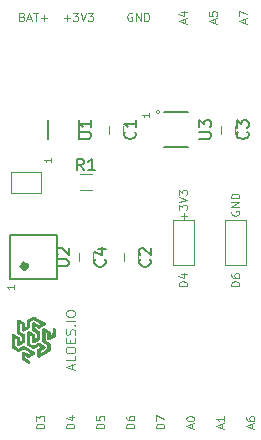
<source format=gto>
G04 #@! TF.FileFunction,Legend,Top*
%FSLAX46Y46*%
G04 Gerber Fmt 4.6, Leading zero omitted, Abs format (unit mm)*
G04 Created by KiCad (PCBNEW 4.0.7-e2-6376~58~ubuntu17.04.1) date Thu Oct  5 13:20:25 2017*
%MOMM*%
%LPD*%
G01*
G04 APERTURE LIST*
%ADD10C,0.100000*%
%ADD11C,0.120000*%
%ADD12C,0.010000*%
%ADD13C,0.127000*%
%ADD14C,0.609600*%
%ADD15C,0.150000*%
G04 APERTURE END LIST*
D10*
X170948333Y-133286190D02*
X170948333Y-132905238D01*
X171176905Y-133362381D02*
X170376905Y-133095714D01*
X171176905Y-132829047D01*
X171176905Y-132181428D02*
X171176905Y-132562381D01*
X170376905Y-132562381D01*
X170376905Y-131762381D02*
X170376905Y-131610000D01*
X170415000Y-131533809D01*
X170491190Y-131457619D01*
X170643571Y-131419524D01*
X170910238Y-131419524D01*
X171062619Y-131457619D01*
X171138810Y-131533809D01*
X171176905Y-131610000D01*
X171176905Y-131762381D01*
X171138810Y-131838571D01*
X171062619Y-131914762D01*
X170910238Y-131952857D01*
X170643571Y-131952857D01*
X170491190Y-131914762D01*
X170415000Y-131838571D01*
X170376905Y-131762381D01*
X170757857Y-131076667D02*
X170757857Y-130810000D01*
X171176905Y-130695714D02*
X171176905Y-131076667D01*
X170376905Y-131076667D01*
X170376905Y-130695714D01*
X171138810Y-130390952D02*
X171176905Y-130276666D01*
X171176905Y-130086190D01*
X171138810Y-130010000D01*
X171100714Y-129971904D01*
X171024524Y-129933809D01*
X170948333Y-129933809D01*
X170872143Y-129971904D01*
X170834048Y-130010000D01*
X170795952Y-130086190D01*
X170757857Y-130238571D01*
X170719762Y-130314762D01*
X170681667Y-130352857D01*
X170605476Y-130390952D01*
X170529286Y-130390952D01*
X170453095Y-130352857D01*
X170415000Y-130314762D01*
X170376905Y-130238571D01*
X170376905Y-130048095D01*
X170415000Y-129933809D01*
X171100714Y-129590952D02*
X171138810Y-129552857D01*
X171176905Y-129590952D01*
X171138810Y-129629047D01*
X171100714Y-129590952D01*
X171176905Y-129590952D01*
X171176905Y-129210000D02*
X170376905Y-129210000D01*
X170376905Y-128676667D02*
X170376905Y-128524286D01*
X170415000Y-128448095D01*
X170491190Y-128371905D01*
X170643571Y-128333810D01*
X170910238Y-128333810D01*
X171062619Y-128371905D01*
X171138810Y-128448095D01*
X171176905Y-128524286D01*
X171176905Y-128676667D01*
X171138810Y-128752857D01*
X171062619Y-128829048D01*
X170910238Y-128867143D01*
X170643571Y-128867143D01*
X170491190Y-128829048D01*
X170415000Y-128752857D01*
X170376905Y-128676667D01*
X180390000Y-120613333D02*
X180390000Y-120080000D01*
X180656667Y-120346667D02*
X180123333Y-120346667D01*
X179956667Y-119813333D02*
X179956667Y-119380000D01*
X180223333Y-119613333D01*
X180223333Y-119513333D01*
X180256667Y-119446666D01*
X180290000Y-119413333D01*
X180356667Y-119380000D01*
X180523333Y-119380000D01*
X180590000Y-119413333D01*
X180623333Y-119446666D01*
X180656667Y-119513333D01*
X180656667Y-119713333D01*
X180623333Y-119780000D01*
X180590000Y-119813333D01*
X179956667Y-119179999D02*
X180656667Y-118946666D01*
X179956667Y-118713333D01*
X179956667Y-118546666D02*
X179956667Y-118113333D01*
X180223333Y-118346666D01*
X180223333Y-118246666D01*
X180256667Y-118179999D01*
X180290000Y-118146666D01*
X180356667Y-118113333D01*
X180523333Y-118113333D01*
X180590000Y-118146666D01*
X180623333Y-118179999D01*
X180656667Y-118246666D01*
X180656667Y-118446666D01*
X180623333Y-118513333D01*
X180590000Y-118546666D01*
X184435000Y-119913333D02*
X184401667Y-119979999D01*
X184401667Y-120079999D01*
X184435000Y-120179999D01*
X184501667Y-120246666D01*
X184568333Y-120279999D01*
X184701667Y-120313333D01*
X184801667Y-120313333D01*
X184935000Y-120279999D01*
X185001667Y-120246666D01*
X185068333Y-120179999D01*
X185101667Y-120079999D01*
X185101667Y-120013333D01*
X185068333Y-119913333D01*
X185035000Y-119879999D01*
X184801667Y-119879999D01*
X184801667Y-120013333D01*
X185101667Y-119579999D02*
X184401667Y-119579999D01*
X185101667Y-119179999D01*
X184401667Y-119179999D01*
X185101667Y-118846666D02*
X184401667Y-118846666D01*
X184401667Y-118680000D01*
X184435000Y-118580000D01*
X184501667Y-118513333D01*
X184568333Y-118480000D01*
X184701667Y-118446666D01*
X184801667Y-118446666D01*
X184935000Y-118480000D01*
X185001667Y-118513333D01*
X185068333Y-118580000D01*
X185101667Y-118680000D01*
X185101667Y-118846666D01*
X185101667Y-126246666D02*
X184401667Y-126246666D01*
X184401667Y-126080000D01*
X184435000Y-125980000D01*
X184501667Y-125913333D01*
X184568333Y-125880000D01*
X184701667Y-125846666D01*
X184801667Y-125846666D01*
X184935000Y-125880000D01*
X185001667Y-125913333D01*
X185068333Y-125980000D01*
X185101667Y-126080000D01*
X185101667Y-126246666D01*
X184401667Y-125246666D02*
X184401667Y-125380000D01*
X184435000Y-125446666D01*
X184468333Y-125480000D01*
X184568333Y-125546666D01*
X184701667Y-125580000D01*
X184968333Y-125580000D01*
X185035000Y-125546666D01*
X185068333Y-125513333D01*
X185101667Y-125446666D01*
X185101667Y-125313333D01*
X185068333Y-125246666D01*
X185035000Y-125213333D01*
X184968333Y-125180000D01*
X184801667Y-125180000D01*
X184735000Y-125213333D01*
X184701667Y-125246666D01*
X184668333Y-125313333D01*
X184668333Y-125446666D01*
X184701667Y-125513333D01*
X184735000Y-125546666D01*
X184801667Y-125580000D01*
X180656667Y-126246666D02*
X179956667Y-126246666D01*
X179956667Y-126080000D01*
X179990000Y-125980000D01*
X180056667Y-125913333D01*
X180123333Y-125880000D01*
X180256667Y-125846666D01*
X180356667Y-125846666D01*
X180490000Y-125880000D01*
X180556667Y-125913333D01*
X180623333Y-125980000D01*
X180656667Y-126080000D01*
X180656667Y-126246666D01*
X180190000Y-125246666D02*
X180656667Y-125246666D01*
X179923333Y-125413333D02*
X180423333Y-125580000D01*
X180423333Y-125146666D01*
X166006429Y-126193571D02*
X166006429Y-126536428D01*
X166006429Y-126365000D02*
X165406429Y-126365000D01*
X165492143Y-126422143D01*
X165549286Y-126479285D01*
X165577857Y-126536428D01*
X177436429Y-111588571D02*
X177436429Y-111931428D01*
X177436429Y-111760000D02*
X176836429Y-111760000D01*
X176922143Y-111817143D01*
X176979286Y-111874285D01*
X177007857Y-111931428D01*
X169181429Y-115398571D02*
X169181429Y-115741428D01*
X169181429Y-115570000D02*
X168581429Y-115570000D01*
X168667143Y-115627143D01*
X168724286Y-115684285D01*
X168752857Y-115741428D01*
X186171667Y-138295000D02*
X186171667Y-137961666D01*
X186371667Y-138361666D02*
X185671667Y-138128333D01*
X186371667Y-137895000D01*
X185671667Y-137361666D02*
X185671667Y-137495000D01*
X185705000Y-137561666D01*
X185738333Y-137595000D01*
X185838333Y-137661666D01*
X185971667Y-137695000D01*
X186238333Y-137695000D01*
X186305000Y-137661666D01*
X186338333Y-137628333D01*
X186371667Y-137561666D01*
X186371667Y-137428333D01*
X186338333Y-137361666D01*
X186305000Y-137328333D01*
X186238333Y-137295000D01*
X186071667Y-137295000D01*
X186005000Y-137328333D01*
X185971667Y-137361666D01*
X185938333Y-137428333D01*
X185938333Y-137561666D01*
X185971667Y-137628333D01*
X186005000Y-137661666D01*
X186071667Y-137695000D01*
X185536667Y-104005000D02*
X185536667Y-103671666D01*
X185736667Y-104071666D02*
X185036667Y-103838333D01*
X185736667Y-103605000D01*
X185036667Y-103438333D02*
X185036667Y-102971666D01*
X185736667Y-103271666D01*
X166690000Y-103455000D02*
X166790000Y-103488333D01*
X166823333Y-103521667D01*
X166856667Y-103588333D01*
X166856667Y-103688333D01*
X166823333Y-103755000D01*
X166790000Y-103788333D01*
X166723333Y-103821667D01*
X166456667Y-103821667D01*
X166456667Y-103121667D01*
X166690000Y-103121667D01*
X166756667Y-103155000D01*
X166790000Y-103188333D01*
X166823333Y-103255000D01*
X166823333Y-103321667D01*
X166790000Y-103388333D01*
X166756667Y-103421667D01*
X166690000Y-103455000D01*
X166456667Y-103455000D01*
X167123333Y-103621667D02*
X167456667Y-103621667D01*
X167056667Y-103821667D02*
X167290000Y-103121667D01*
X167523333Y-103821667D01*
X167656667Y-103121667D02*
X168056667Y-103121667D01*
X167856667Y-103821667D02*
X167856667Y-103121667D01*
X168290000Y-103555000D02*
X168823333Y-103555000D01*
X168556666Y-103821667D02*
X168556666Y-103288333D01*
X170216667Y-103555000D02*
X170750000Y-103555000D01*
X170483333Y-103821667D02*
X170483333Y-103288333D01*
X171016667Y-103121667D02*
X171450000Y-103121667D01*
X171216667Y-103388333D01*
X171316667Y-103388333D01*
X171383334Y-103421667D01*
X171416667Y-103455000D01*
X171450000Y-103521667D01*
X171450000Y-103688333D01*
X171416667Y-103755000D01*
X171383334Y-103788333D01*
X171316667Y-103821667D01*
X171116667Y-103821667D01*
X171050000Y-103788333D01*
X171016667Y-103755000D01*
X171650001Y-103121667D02*
X171883334Y-103821667D01*
X172116667Y-103121667D01*
X172283334Y-103121667D02*
X172716667Y-103121667D01*
X172483334Y-103388333D01*
X172583334Y-103388333D01*
X172650001Y-103421667D01*
X172683334Y-103455000D01*
X172716667Y-103521667D01*
X172716667Y-103688333D01*
X172683334Y-103755000D01*
X172650001Y-103788333D01*
X172583334Y-103821667D01*
X172383334Y-103821667D01*
X172316667Y-103788333D01*
X172283334Y-103755000D01*
X175996667Y-103155000D02*
X175930001Y-103121667D01*
X175830001Y-103121667D01*
X175730001Y-103155000D01*
X175663334Y-103221667D01*
X175630001Y-103288333D01*
X175596667Y-103421667D01*
X175596667Y-103521667D01*
X175630001Y-103655000D01*
X175663334Y-103721667D01*
X175730001Y-103788333D01*
X175830001Y-103821667D01*
X175896667Y-103821667D01*
X175996667Y-103788333D01*
X176030001Y-103755000D01*
X176030001Y-103521667D01*
X175896667Y-103521667D01*
X176330001Y-103821667D02*
X176330001Y-103121667D01*
X176730001Y-103821667D01*
X176730001Y-103121667D01*
X177063334Y-103821667D02*
X177063334Y-103121667D01*
X177230000Y-103121667D01*
X177330000Y-103155000D01*
X177396667Y-103221667D01*
X177430000Y-103288333D01*
X177463334Y-103421667D01*
X177463334Y-103521667D01*
X177430000Y-103655000D01*
X177396667Y-103721667D01*
X177330000Y-103788333D01*
X177230000Y-103821667D01*
X177063334Y-103821667D01*
X180456667Y-104005000D02*
X180456667Y-103671666D01*
X180656667Y-104071666D02*
X179956667Y-103838333D01*
X180656667Y-103605000D01*
X180190000Y-103071666D02*
X180656667Y-103071666D01*
X179923333Y-103238333D02*
X180423333Y-103405000D01*
X180423333Y-102971666D01*
X182996667Y-104005000D02*
X182996667Y-103671666D01*
X183196667Y-104071666D02*
X182496667Y-103838333D01*
X183196667Y-103605000D01*
X182496667Y-103038333D02*
X182496667Y-103371666D01*
X182830000Y-103405000D01*
X182796667Y-103371666D01*
X182763333Y-103305000D01*
X182763333Y-103138333D01*
X182796667Y-103071666D01*
X182830000Y-103038333D01*
X182896667Y-103005000D01*
X183063333Y-103005000D01*
X183130000Y-103038333D01*
X183163333Y-103071666D01*
X183196667Y-103138333D01*
X183196667Y-103305000D01*
X183163333Y-103371666D01*
X183130000Y-103405000D01*
X168591667Y-138311666D02*
X167891667Y-138311666D01*
X167891667Y-138145000D01*
X167925000Y-138045000D01*
X167991667Y-137978333D01*
X168058333Y-137945000D01*
X168191667Y-137911666D01*
X168291667Y-137911666D01*
X168425000Y-137945000D01*
X168491667Y-137978333D01*
X168558333Y-138045000D01*
X168591667Y-138145000D01*
X168591667Y-138311666D01*
X167891667Y-137678333D02*
X167891667Y-137245000D01*
X168158333Y-137478333D01*
X168158333Y-137378333D01*
X168191667Y-137311666D01*
X168225000Y-137278333D01*
X168291667Y-137245000D01*
X168458333Y-137245000D01*
X168525000Y-137278333D01*
X168558333Y-137311666D01*
X168591667Y-137378333D01*
X168591667Y-137578333D01*
X168558333Y-137645000D01*
X168525000Y-137678333D01*
X171131667Y-138311666D02*
X170431667Y-138311666D01*
X170431667Y-138145000D01*
X170465000Y-138045000D01*
X170531667Y-137978333D01*
X170598333Y-137945000D01*
X170731667Y-137911666D01*
X170831667Y-137911666D01*
X170965000Y-137945000D01*
X171031667Y-137978333D01*
X171098333Y-138045000D01*
X171131667Y-138145000D01*
X171131667Y-138311666D01*
X170665000Y-137311666D02*
X171131667Y-137311666D01*
X170398333Y-137478333D02*
X170898333Y-137645000D01*
X170898333Y-137211666D01*
X173671667Y-138311666D02*
X172971667Y-138311666D01*
X172971667Y-138145000D01*
X173005000Y-138045000D01*
X173071667Y-137978333D01*
X173138333Y-137945000D01*
X173271667Y-137911666D01*
X173371667Y-137911666D01*
X173505000Y-137945000D01*
X173571667Y-137978333D01*
X173638333Y-138045000D01*
X173671667Y-138145000D01*
X173671667Y-138311666D01*
X172971667Y-137278333D02*
X172971667Y-137611666D01*
X173305000Y-137645000D01*
X173271667Y-137611666D01*
X173238333Y-137545000D01*
X173238333Y-137378333D01*
X173271667Y-137311666D01*
X173305000Y-137278333D01*
X173371667Y-137245000D01*
X173538333Y-137245000D01*
X173605000Y-137278333D01*
X173638333Y-137311666D01*
X173671667Y-137378333D01*
X173671667Y-137545000D01*
X173638333Y-137611666D01*
X173605000Y-137645000D01*
X183631667Y-138295000D02*
X183631667Y-137961666D01*
X183831667Y-138361666D02*
X183131667Y-138128333D01*
X183831667Y-137895000D01*
X183831667Y-137295000D02*
X183831667Y-137695000D01*
X183831667Y-137495000D02*
X183131667Y-137495000D01*
X183231667Y-137561666D01*
X183298333Y-137628333D01*
X183331667Y-137695000D01*
X181091667Y-138295000D02*
X181091667Y-137961666D01*
X181291667Y-138361666D02*
X180591667Y-138128333D01*
X181291667Y-137895000D01*
X180591667Y-137528333D02*
X180591667Y-137461666D01*
X180625000Y-137395000D01*
X180658333Y-137361666D01*
X180725000Y-137328333D01*
X180858333Y-137295000D01*
X181025000Y-137295000D01*
X181158333Y-137328333D01*
X181225000Y-137361666D01*
X181258333Y-137395000D01*
X181291667Y-137461666D01*
X181291667Y-137528333D01*
X181258333Y-137595000D01*
X181225000Y-137628333D01*
X181158333Y-137661666D01*
X181025000Y-137695000D01*
X180858333Y-137695000D01*
X180725000Y-137661666D01*
X180658333Y-137628333D01*
X180625000Y-137595000D01*
X180591667Y-137528333D01*
X178751667Y-138311666D02*
X178051667Y-138311666D01*
X178051667Y-138145000D01*
X178085000Y-138045000D01*
X178151667Y-137978333D01*
X178218333Y-137945000D01*
X178351667Y-137911666D01*
X178451667Y-137911666D01*
X178585000Y-137945000D01*
X178651667Y-137978333D01*
X178718333Y-138045000D01*
X178751667Y-138145000D01*
X178751667Y-138311666D01*
X178051667Y-137678333D02*
X178051667Y-137211666D01*
X178751667Y-137511666D01*
X176211667Y-138311666D02*
X175511667Y-138311666D01*
X175511667Y-138145000D01*
X175545000Y-138045000D01*
X175611667Y-137978333D01*
X175678333Y-137945000D01*
X175811667Y-137911666D01*
X175911667Y-137911666D01*
X176045000Y-137945000D01*
X176111667Y-137978333D01*
X176178333Y-138045000D01*
X176211667Y-138145000D01*
X176211667Y-138311666D01*
X175511667Y-137311666D02*
X175511667Y-137445000D01*
X175545000Y-137511666D01*
X175578333Y-137545000D01*
X175678333Y-137611666D01*
X175811667Y-137645000D01*
X176078333Y-137645000D01*
X176145000Y-137611666D01*
X176178333Y-137578333D01*
X176211667Y-137511666D01*
X176211667Y-137378333D01*
X176178333Y-137311666D01*
X176145000Y-137278333D01*
X176078333Y-137245000D01*
X175911667Y-137245000D01*
X175845000Y-137278333D01*
X175811667Y-137311666D01*
X175778333Y-137378333D01*
X175778333Y-137511666D01*
X175811667Y-137578333D01*
X175845000Y-137611666D01*
X175911667Y-137645000D01*
D11*
X174025000Y-113380000D02*
X174025000Y-112680000D01*
X175225000Y-112680000D02*
X175225000Y-113380000D01*
X175295000Y-124175000D02*
X175295000Y-123475000D01*
X176495000Y-123475000D02*
X176495000Y-124175000D01*
X183550000Y-113380000D02*
X183550000Y-112680000D01*
X184750000Y-112680000D02*
X184750000Y-113380000D01*
X171485000Y-124175000D02*
X171485000Y-123475000D01*
X172685000Y-123475000D02*
X172685000Y-124175000D01*
X165735000Y-118365000D02*
X168275000Y-118365000D01*
X168275000Y-116585000D02*
X165735000Y-116585000D01*
X168275000Y-116585000D02*
X168275000Y-118365000D01*
X165735000Y-118365000D02*
X165735000Y-116585000D01*
D12*
G36*
X165845126Y-130819945D02*
X165845220Y-130728675D01*
X165845419Y-130651716D01*
X165845760Y-130587758D01*
X165846284Y-130535489D01*
X165847027Y-130493599D01*
X165848028Y-130460776D01*
X165849325Y-130435709D01*
X165850957Y-130417088D01*
X165852962Y-130403601D01*
X165855379Y-130393938D01*
X165858245Y-130386787D01*
X165861030Y-130381758D01*
X165886640Y-130354028D01*
X165919393Y-130339938D01*
X165955443Y-130341031D01*
X165959662Y-130342211D01*
X165975949Y-130349233D01*
X166004091Y-130363526D01*
X166041785Y-130383756D01*
X166086725Y-130408590D01*
X166136606Y-130436695D01*
X166189124Y-130466739D01*
X166241973Y-130497388D01*
X166292848Y-130527309D01*
X166339445Y-130555170D01*
X166379458Y-130579638D01*
X166410583Y-130599379D01*
X166430515Y-130613061D01*
X166436037Y-130617694D01*
X166442113Y-130625064D01*
X166446798Y-130634116D01*
X166450367Y-130647179D01*
X166453096Y-130666585D01*
X166455261Y-130694664D01*
X166457138Y-130733746D01*
X166459004Y-130786163D01*
X166460108Y-130820985D01*
X166461922Y-130874701D01*
X166463804Y-130922224D01*
X166465635Y-130961121D01*
X166467296Y-130988962D01*
X166468666Y-131003313D01*
X166469121Y-131004733D01*
X166477205Y-131000723D01*
X166497349Y-130989658D01*
X166526968Y-130972988D01*
X166563477Y-130952162D01*
X166586154Y-130939117D01*
X166699884Y-130873500D01*
X166700200Y-130483186D01*
X166508386Y-130373873D01*
X166455549Y-130343381D01*
X166406730Y-130314488D01*
X166364149Y-130288565D01*
X166330027Y-130266984D01*
X166306586Y-130251117D01*
X166296719Y-130243150D01*
X166276867Y-130221740D01*
X166276867Y-129153855D01*
X166304787Y-129126794D01*
X166318613Y-129114194D01*
X166331887Y-129105167D01*
X166346269Y-129100259D01*
X166363417Y-129100016D01*
X166384992Y-129104985D01*
X166412654Y-129115711D01*
X166448061Y-129132741D01*
X166492872Y-129156622D01*
X166548749Y-129187898D01*
X166617349Y-129227117D01*
X166627734Y-129233083D01*
X166699273Y-129274520D01*
X166756979Y-129308706D01*
X166801966Y-129336354D01*
X166835343Y-129358176D01*
X166858222Y-129374885D01*
X166871716Y-129387195D01*
X166875235Y-129391833D01*
X166880610Y-129402704D01*
X166884771Y-129417023D01*
X166887955Y-129437221D01*
X166890401Y-129465729D01*
X166892348Y-129504977D01*
X166894035Y-129557397D01*
X166894934Y-129592550D01*
X166899167Y-129767868D01*
X167015583Y-129699682D01*
X167132000Y-129631496D01*
X167133077Y-129477798D01*
X167133761Y-129419858D01*
X167134949Y-129359717D01*
X167136504Y-129302683D01*
X167138291Y-129254062D01*
X167139427Y-129230967D01*
X167144700Y-129137833D01*
X167191267Y-129107081D01*
X167211506Y-129094277D01*
X167243787Y-129074539D01*
X167285503Y-129049429D01*
X167334048Y-129020511D01*
X167386814Y-128989345D01*
X167427884Y-128965264D01*
X167487415Y-128930673D01*
X167534416Y-128903920D01*
X167570831Y-128884050D01*
X167598601Y-128870109D01*
X167619668Y-128861142D01*
X167635974Y-128856195D01*
X167649461Y-128854312D01*
X167653800Y-128854200D01*
X167662672Y-128854965D01*
X167673782Y-128857677D01*
X167688291Y-128862954D01*
X167707360Y-128871419D01*
X167732149Y-128883693D01*
X167763819Y-128900398D01*
X167803530Y-128922153D01*
X167852442Y-128949580D01*
X167911717Y-128983301D01*
X167982514Y-129023936D01*
X168065995Y-129072107D01*
X168128383Y-129108201D01*
X168210677Y-129156049D01*
X168288059Y-129201436D01*
X168359271Y-129243601D01*
X168423055Y-129281780D01*
X168478155Y-129315213D01*
X168523312Y-129343138D01*
X168557268Y-129364793D01*
X168578767Y-129379415D01*
X168586108Y-129385485D01*
X168601908Y-129417355D01*
X168603691Y-129453711D01*
X168591342Y-129488880D01*
X168580929Y-129499827D01*
X168559023Y-129516368D01*
X168524911Y-129538958D01*
X168477882Y-129568051D01*
X168417224Y-129604100D01*
X168347200Y-129644703D01*
X168280759Y-129682722D01*
X168227183Y-129712923D01*
X168184790Y-129736145D01*
X168151895Y-129753232D01*
X168126813Y-129765026D01*
X168107860Y-129772367D01*
X168093352Y-129776098D01*
X168082392Y-129777066D01*
X168066334Y-129775485D01*
X168047281Y-129769971D01*
X168022690Y-129759369D01*
X167990017Y-129742523D01*
X167946722Y-129718277D01*
X167923325Y-129704779D01*
X167880213Y-129679844D01*
X167840541Y-129657065D01*
X167807340Y-129638168D01*
X167783644Y-129624883D01*
X167774425Y-129619895D01*
X167750067Y-129607298D01*
X167750329Y-129882900D01*
X167942815Y-129992966D01*
X167995657Y-130023535D01*
X168044438Y-130052420D01*
X168086956Y-130078266D01*
X168121012Y-130099717D01*
X168144405Y-130115416D01*
X168154350Y-130123319D01*
X168159494Y-130129106D01*
X168163615Y-130135545D01*
X168166824Y-130144445D01*
X168169231Y-130157612D01*
X168170948Y-130176855D01*
X168172085Y-130203980D01*
X168172753Y-130240795D01*
X168173064Y-130289108D01*
X168173129Y-130350724D01*
X168173057Y-130427453D01*
X168173056Y-130428119D01*
X168172712Y-130712633D01*
X168149773Y-130738638D01*
X168135421Y-130750714D01*
X168108880Y-130769062D01*
X168072384Y-130792412D01*
X168028167Y-130819495D01*
X167978462Y-130849040D01*
X167925504Y-130879777D01*
X167871527Y-130910436D01*
X167818764Y-130939747D01*
X167769450Y-130966440D01*
X167725818Y-130989246D01*
X167690101Y-131006893D01*
X167664536Y-131018113D01*
X167651931Y-131021667D01*
X167625766Y-131014951D01*
X167596566Y-130996632D01*
X167595363Y-130995650D01*
X167563800Y-130969634D01*
X167562881Y-130773400D01*
X167562378Y-130714153D01*
X167561479Y-130657643D01*
X167560270Y-130607069D01*
X167558832Y-130565631D01*
X167557248Y-130536527D01*
X167556531Y-130528492D01*
X167551100Y-130479818D01*
X167434683Y-130412921D01*
X167318267Y-130346025D01*
X167318267Y-131120047D01*
X167484793Y-131215499D01*
X167539379Y-131246602D01*
X167581351Y-131269964D01*
X167612658Y-131286491D01*
X167635246Y-131297088D01*
X167651063Y-131302660D01*
X167662055Y-131304112D01*
X167670170Y-131302349D01*
X167670912Y-131302025D01*
X167683483Y-131295389D01*
X167708416Y-131281478D01*
X167743459Y-131261575D01*
X167786362Y-131236964D01*
X167834876Y-131208927D01*
X167872573Y-131187016D01*
X167937296Y-131149775D01*
X167988909Y-131121170D01*
X168028520Y-131100639D01*
X168057238Y-131087618D01*
X168076169Y-131081548D01*
X168081732Y-131080933D01*
X168092795Y-131082258D01*
X168107579Y-131086706D01*
X168127408Y-131094984D01*
X168153611Y-131107802D01*
X168187512Y-131125869D01*
X168230439Y-131149892D01*
X168283718Y-131180581D01*
X168348675Y-131218644D01*
X168426637Y-131264790D01*
X168433504Y-131268870D01*
X168479948Y-131296972D01*
X168521628Y-131323155D01*
X168556240Y-131345894D01*
X168581481Y-131363663D01*
X168595047Y-131374936D01*
X168596488Y-131376807D01*
X168603936Y-131404482D01*
X168603082Y-131437792D01*
X168594254Y-131467805D01*
X168593048Y-131470097D01*
X168581287Y-131481679D01*
X168554991Y-131500619D01*
X168514700Y-131526570D01*
X168460960Y-131559185D01*
X168394311Y-131598118D01*
X168379565Y-131606583D01*
X168177634Y-131722205D01*
X168175310Y-131863480D01*
X168172986Y-132004756D01*
X168209177Y-131983565D01*
X168224349Y-131974740D01*
X168252397Y-131958487D01*
X168291533Y-131935838D01*
X168339967Y-131907830D01*
X168395909Y-131875496D01*
X168457570Y-131839872D01*
X168523160Y-131801991D01*
X168545934Y-131788842D01*
X168846500Y-131615311D01*
X168848619Y-131422205D01*
X168850738Y-131229100D01*
X168651082Y-131115142D01*
X168590296Y-131079937D01*
X168537294Y-131048219D01*
X168493637Y-131020977D01*
X168460884Y-130999199D01*
X168440594Y-130983873D01*
X168435180Y-130978369D01*
X168431849Y-130973114D01*
X168429007Y-130966562D01*
X168426615Y-130957415D01*
X168424634Y-130944374D01*
X168423026Y-130926139D01*
X168421751Y-130901412D01*
X168420773Y-130868894D01*
X168420050Y-130827286D01*
X168419546Y-130775291D01*
X168419221Y-130711608D01*
X168419036Y-130634939D01*
X168418953Y-130543985D01*
X168418934Y-130437448D01*
X168418934Y-130432926D01*
X168418950Y-130325786D01*
X168419025Y-130234270D01*
X168419199Y-130157068D01*
X168419511Y-130092869D01*
X168420001Y-130040364D01*
X168420710Y-129998243D01*
X168421677Y-129965196D01*
X168422941Y-129939913D01*
X168424543Y-129921084D01*
X168426522Y-129907400D01*
X168428918Y-129897550D01*
X168431771Y-129890224D01*
X168435121Y-129884113D01*
X168435636Y-129883274D01*
X168459053Y-129858975D01*
X168490065Y-129844582D01*
X168522647Y-129842362D01*
X168535547Y-129845679D01*
X168550696Y-129852882D01*
X168577792Y-129867214D01*
X168614548Y-129887361D01*
X168658678Y-129912008D01*
X168707893Y-129939838D01*
X168759908Y-129969537D01*
X168812435Y-129999789D01*
X168863187Y-130029278D01*
X168909877Y-130056690D01*
X168950218Y-130080709D01*
X168981923Y-130100019D01*
X169002706Y-130113305D01*
X169009483Y-130118274D01*
X169015655Y-130124415D01*
X169020325Y-130131617D01*
X169023704Y-130142144D01*
X169025999Y-130158260D01*
X169027421Y-130182228D01*
X169028178Y-130216314D01*
X169028479Y-130262780D01*
X169028533Y-130323891D01*
X169028533Y-130324642D01*
X169028804Y-130379140D01*
X169029563Y-130427447D01*
X169030730Y-130467172D01*
X169032223Y-130495922D01*
X169033963Y-130511307D01*
X169034883Y-130513241D01*
X169044038Y-130509049D01*
X169065141Y-130497762D01*
X169095535Y-130480848D01*
X169132562Y-130459779D01*
X169155533Y-130446521D01*
X169269833Y-130380226D01*
X169275054Y-130182363D01*
X169276613Y-130123172D01*
X169278087Y-130066977D01*
X169279397Y-130016892D01*
X169280459Y-129976033D01*
X169281194Y-129947512D01*
X169281404Y-129939213D01*
X169283597Y-129910208D01*
X169290268Y-129890799D01*
X169304268Y-129873727D01*
X169308829Y-129869363D01*
X169341049Y-129849402D01*
X169375950Y-129844353D01*
X169409730Y-129853487D01*
X169438584Y-129876074D01*
X169452546Y-129896931D01*
X169459210Y-129912183D01*
X169463671Y-129929357D01*
X169466260Y-129951903D01*
X169467311Y-129983269D01*
X169467157Y-130026905D01*
X169466882Y-130045546D01*
X169466074Y-130095080D01*
X169465095Y-130155550D01*
X169464043Y-130220958D01*
X169463014Y-130285308D01*
X169462467Y-130319745D01*
X169461493Y-130375175D01*
X169460381Y-130416199D01*
X169458822Y-130445343D01*
X169456505Y-130465132D01*
X169453122Y-130478093D01*
X169448365Y-130486752D01*
X169441923Y-130493635D01*
X169441101Y-130494389D01*
X169429157Y-130502872D01*
X169404505Y-130518539D01*
X169369147Y-130540184D01*
X169325084Y-130566598D01*
X169274318Y-130596575D01*
X169218849Y-130628908D01*
X169200308Y-130639627D01*
X169136525Y-130676312D01*
X169085502Y-130705296D01*
X169045409Y-130727472D01*
X169014416Y-130743734D01*
X168990691Y-130754975D01*
X168972404Y-130762087D01*
X168957724Y-130765963D01*
X168944822Y-130767497D01*
X168937841Y-130767666D01*
X168911334Y-130766145D01*
X168893961Y-130759236D01*
X168878024Y-130743420D01*
X168874017Y-130738485D01*
X168850733Y-130709305D01*
X168850731Y-130473902D01*
X168850729Y-130238500D01*
X168772415Y-130194154D01*
X168733967Y-130172332D01*
X168695503Y-130150416D01*
X168662834Y-130131721D01*
X168649650Y-130124133D01*
X168605200Y-130098457D01*
X168605239Y-130485979D01*
X168605277Y-130873500D01*
X168785155Y-130974328D01*
X168837362Y-131004093D01*
X168886334Y-131032949D01*
X168929541Y-131059333D01*
X168964457Y-131081682D01*
X168988553Y-131098433D01*
X168996783Y-131105163D01*
X169028533Y-131135170D01*
X169028264Y-131423435D01*
X169028070Y-131504032D01*
X169027610Y-131569289D01*
X169026822Y-131620798D01*
X169025642Y-131660151D01*
X169024006Y-131688940D01*
X169021852Y-131708756D01*
X169019117Y-131721192D01*
X169016181Y-131727291D01*
X169006892Y-131734219D01*
X168984216Y-131748781D01*
X168949460Y-131770199D01*
X168903931Y-131797694D01*
X168848936Y-131830487D01*
X168785783Y-131867797D01*
X168715778Y-131908845D01*
X168640230Y-131952853D01*
X168560445Y-131999041D01*
X168558191Y-132000341D01*
X168462574Y-132055503D01*
X168380472Y-132102735D01*
X168310723Y-132142552D01*
X168252164Y-132175465D01*
X168203631Y-132201990D01*
X168163962Y-132222639D01*
X168131993Y-132237925D01*
X168106563Y-132248362D01*
X168086507Y-132254464D01*
X168070663Y-132256744D01*
X168057868Y-132255714D01*
X168046959Y-132251889D01*
X168036773Y-132245783D01*
X168026148Y-132237907D01*
X168023916Y-132236202D01*
X167995600Y-132214605D01*
X167995600Y-131924077D01*
X167995646Y-131845997D01*
X167995846Y-131783060D01*
X167996294Y-131733476D01*
X167997085Y-131695454D01*
X167998313Y-131667204D01*
X168000071Y-131646936D01*
X168002453Y-131632860D01*
X168005554Y-131623185D01*
X168009468Y-131616120D01*
X168011958Y-131612755D01*
X168024424Y-131601883D01*
X168048948Y-131584515D01*
X168082814Y-131562431D01*
X168123306Y-131537408D01*
X168162241Y-131514380D01*
X168205717Y-131489149D01*
X168244583Y-131466505D01*
X168276274Y-131447950D01*
X168298226Y-131434984D01*
X168307608Y-131429287D01*
X168307857Y-131423204D01*
X168296722Y-131412077D01*
X168273431Y-131395391D01*
X168237215Y-131372633D01*
X168187302Y-131343287D01*
X168130759Y-131311226D01*
X168083884Y-131284960D01*
X167885225Y-131398667D01*
X167822275Y-131434435D01*
X167772082Y-131462282D01*
X167732921Y-131483059D01*
X167703065Y-131497619D01*
X167680789Y-131506812D01*
X167664367Y-131511490D01*
X167654348Y-131512554D01*
X167642789Y-131511245D01*
X167627477Y-131506663D01*
X167606825Y-131497999D01*
X167579244Y-131484442D01*
X167543147Y-131465183D01*
X167496948Y-131439411D01*
X167439060Y-131406317D01*
X167385727Y-131375454D01*
X167318900Y-131336484D01*
X167265367Y-131304829D01*
X167223656Y-131279514D01*
X167192293Y-131259566D01*
X167169808Y-131244010D01*
X167154728Y-131231872D01*
X167145580Y-131222179D01*
X167140893Y-131213956D01*
X167140663Y-131213324D01*
X167138701Y-131198986D01*
X167136974Y-131168229D01*
X167135491Y-131121563D01*
X167134258Y-131059501D01*
X167133284Y-130982555D01*
X167132578Y-130891236D01*
X167132147Y-130786057D01*
X167132000Y-130667529D01*
X167132000Y-130144301D01*
X167156079Y-130121233D01*
X167183211Y-130100924D01*
X167211687Y-130092687D01*
X167244594Y-130096536D01*
X167285021Y-130112489D01*
X167303569Y-130122036D01*
X167358995Y-130152379D01*
X167416937Y-130184892D01*
X167475433Y-130218397D01*
X167532519Y-130251718D01*
X167586234Y-130283676D01*
X167634615Y-130313094D01*
X167675699Y-130338794D01*
X167707522Y-130359598D01*
X167728123Y-130374329D01*
X167735278Y-130381072D01*
X167739670Y-130397759D01*
X167743455Y-130431194D01*
X167746618Y-130481200D01*
X167749148Y-130547603D01*
X167749988Y-130579059D01*
X167754300Y-130758752D01*
X167875107Y-130690242D01*
X167995913Y-130621731D01*
X167993640Y-130430115D01*
X167991367Y-130238500D01*
X167798149Y-130127640D01*
X167745182Y-130096913D01*
X167696225Y-130067877D01*
X167653480Y-130041888D01*
X167619149Y-130020303D01*
X167595436Y-130004478D01*
X167585112Y-129996406D01*
X167565292Y-129976033D01*
X167562429Y-129700867D01*
X167561747Y-129619829D01*
X167561586Y-129554143D01*
X167561989Y-129502233D01*
X167562999Y-129462523D01*
X167564659Y-129433440D01*
X167567011Y-129413407D01*
X167570098Y-129400849D01*
X167570621Y-129399527D01*
X167588176Y-129376121D01*
X167615953Y-129356994D01*
X167647240Y-129346276D01*
X167658807Y-129345266D01*
X167670870Y-129349358D01*
X167695379Y-129360876D01*
X167730172Y-129378690D01*
X167773084Y-129401665D01*
X167821952Y-129428671D01*
X167868070Y-129454814D01*
X167920245Y-129484629D01*
X167968123Y-129511790D01*
X168009578Y-129535107D01*
X168042486Y-129553389D01*
X168064720Y-129565446D01*
X168073764Y-129569962D01*
X168088235Y-129568022D01*
X168116318Y-129556317D01*
X168158073Y-129534820D01*
X168202881Y-129509679D01*
X168242032Y-129486837D01*
X168275370Y-129466805D01*
X168300404Y-129451126D01*
X168314640Y-129441344D01*
X168316967Y-129438981D01*
X168309851Y-129434065D01*
X168289846Y-129421795D01*
X168258766Y-129403223D01*
X168218423Y-129379397D01*
X168170631Y-129351367D01*
X168117202Y-129320183D01*
X168059949Y-129286894D01*
X168000686Y-129252551D01*
X167941226Y-129218203D01*
X167883380Y-129184899D01*
X167828963Y-129153690D01*
X167779787Y-129125624D01*
X167737666Y-129101753D01*
X167704412Y-129083125D01*
X167681838Y-129070790D01*
X167674564Y-129067036D01*
X167666371Y-129063662D01*
X167657648Y-129062551D01*
X167646359Y-129064606D01*
X167630472Y-129070733D01*
X167607950Y-129081838D01*
X167576760Y-129098824D01*
X167534867Y-129122598D01*
X167484609Y-129151539D01*
X167318267Y-129247574D01*
X167318232Y-129387437D01*
X167317841Y-129445687D01*
X167316790Y-129508656D01*
X167315227Y-129569776D01*
X167313299Y-129622481D01*
X167312677Y-129635555D01*
X167307156Y-129743810D01*
X167234395Y-129788696D01*
X167205076Y-129806497D01*
X167164464Y-129830753D01*
X167115939Y-129859466D01*
X167062881Y-129890639D01*
X167008669Y-129922274D01*
X166991360Y-129932324D01*
X166930825Y-129967139D01*
X166882762Y-129993738D01*
X166845158Y-130012678D01*
X166816003Y-130024517D01*
X166793284Y-130029812D01*
X166774990Y-130029122D01*
X166759110Y-130023004D01*
X166743631Y-130012015D01*
X166734067Y-130003650D01*
X166704434Y-129976730D01*
X166701470Y-129733924D01*
X166698507Y-129491117D01*
X166588024Y-129428775D01*
X166548852Y-129406751D01*
X166514799Y-129387754D01*
X166488638Y-129373320D01*
X166473141Y-129364983D01*
X166470337Y-129363611D01*
X166468860Y-129371206D01*
X166467486Y-129394067D01*
X166466244Y-129430530D01*
X166465168Y-129478929D01*
X166464287Y-129537597D01*
X166463634Y-129604868D01*
X166463241Y-129679077D01*
X166463133Y-129745128D01*
X166463133Y-130129468D01*
X166665695Y-130246948D01*
X166736071Y-130288268D01*
X166791817Y-130322132D01*
X166833365Y-130348822D01*
X166861148Y-130368617D01*
X166875598Y-130381801D01*
X166877549Y-130384824D01*
X166880840Y-130400337D01*
X166883860Y-130430150D01*
X166886564Y-130471634D01*
X166888906Y-130522157D01*
X166890842Y-130579089D01*
X166892324Y-130639798D01*
X166893308Y-130701654D01*
X166893748Y-130762026D01*
X166893598Y-130818283D01*
X166892813Y-130867795D01*
X166891348Y-130907930D01*
X166889155Y-130936058D01*
X166887292Y-130946752D01*
X166884347Y-130957571D01*
X166881255Y-130966744D01*
X166876571Y-130975291D01*
X166868844Y-130984237D01*
X166856628Y-130994604D01*
X166838475Y-131007414D01*
X166812937Y-131023690D01*
X166778565Y-131044455D01*
X166733913Y-131070731D01*
X166677532Y-131103541D01*
X166608920Y-131143358D01*
X166543411Y-131181196D01*
X166490611Y-131211055D01*
X166448699Y-131233660D01*
X166415858Y-131249734D01*
X166390268Y-131260000D01*
X166370112Y-131265184D01*
X166353570Y-131266009D01*
X166338825Y-131263197D01*
X166324057Y-131257475D01*
X166323197Y-131257085D01*
X166310295Y-131250350D01*
X166300033Y-131241945D01*
X166292110Y-131229995D01*
X166286226Y-131212622D01*
X166282079Y-131187951D01*
X166279371Y-131154105D01*
X166277800Y-131109209D01*
X166277066Y-131051385D01*
X166276869Y-130978759D01*
X166276867Y-130967726D01*
X166276867Y-130735144D01*
X166157440Y-130666739D01*
X166117124Y-130643761D01*
X166082194Y-130624070D01*
X166055176Y-130609073D01*
X166038599Y-130600178D01*
X166034588Y-130598333D01*
X166033934Y-130606520D01*
X166033414Y-130629960D01*
X166033036Y-130666976D01*
X166032803Y-130715889D01*
X166032722Y-130775019D01*
X166032797Y-130842688D01*
X166033034Y-130917216D01*
X166033365Y-130984291D01*
X166035567Y-131370250D01*
X166201263Y-131465662D01*
X166366959Y-131561075D01*
X166569008Y-131443920D01*
X166628966Y-131409240D01*
X166676216Y-131382236D01*
X166712652Y-131362013D01*
X166740167Y-131347675D01*
X166760656Y-131338327D01*
X166776015Y-131333074D01*
X166788137Y-131331019D01*
X166798917Y-131331267D01*
X166805478Y-131332141D01*
X166822941Y-131338069D01*
X166853940Y-131352548D01*
X166898622Y-131375660D01*
X166957137Y-131407485D01*
X167029635Y-131448102D01*
X167116263Y-131497591D01*
X167161633Y-131523784D01*
X167271734Y-131587577D01*
X167367882Y-131643400D01*
X167450821Y-131691692D01*
X167521296Y-131732895D01*
X167580051Y-131767447D01*
X167627831Y-131795789D01*
X167665379Y-131818361D01*
X167693441Y-131835604D01*
X167712759Y-131847956D01*
X167724080Y-131855858D01*
X167726167Y-131857547D01*
X167740795Y-131880069D01*
X167746919Y-131910757D01*
X167743898Y-131942782D01*
X167736002Y-131962330D01*
X167723803Y-131974559D01*
X167698863Y-131993302D01*
X167663428Y-132017260D01*
X167619743Y-132045133D01*
X167570056Y-132075620D01*
X167516612Y-132107422D01*
X167461657Y-132139239D01*
X167407438Y-132169770D01*
X167356200Y-132197716D01*
X167310190Y-132221777D01*
X167271653Y-132240653D01*
X167242837Y-132253043D01*
X167225987Y-132257648D01*
X167225736Y-132257652D01*
X167210275Y-132255112D01*
X167187752Y-132246812D01*
X167156451Y-132231926D01*
X167114654Y-132209627D01*
X167060647Y-132179087D01*
X167050329Y-132173133D01*
X167005472Y-132147317D01*
X166965699Y-132124676D01*
X166933295Y-132106489D01*
X166910545Y-132094038D01*
X166899734Y-132088601D01*
X166899234Y-132088466D01*
X166897785Y-132096461D01*
X166896802Y-132118570D01*
X166896334Y-132151976D01*
X166896430Y-132193865D01*
X166896840Y-132225621D01*
X166899167Y-132362775D01*
X167082963Y-132469038D01*
X167135041Y-132499541D01*
X167183509Y-132528670D01*
X167226004Y-132554947D01*
X167260165Y-132576894D01*
X167283629Y-132593034D01*
X167292513Y-132600167D01*
X167313358Y-132630696D01*
X167318146Y-132665796D01*
X167306728Y-132704230D01*
X167305479Y-132706703D01*
X167287538Y-132731286D01*
X167262886Y-132744595D01*
X167227245Y-132748850D01*
X167224262Y-132748866D01*
X167211961Y-132747851D01*
X167197346Y-132744219D01*
X167178631Y-132737086D01*
X167154030Y-132725572D01*
X167121755Y-132708795D01*
X167080019Y-132685872D01*
X167027037Y-132655923D01*
X166971822Y-132624282D01*
X166915220Y-132591280D01*
X166862144Y-132559497D01*
X166814754Y-132530291D01*
X166775214Y-132505024D01*
X166745684Y-132485053D01*
X166728327Y-132471740D01*
X166726509Y-132469998D01*
X166697785Y-132440300D01*
X166706581Y-131873492D01*
X166733158Y-131849746D01*
X166748535Y-131837194D01*
X166763580Y-131828766D01*
X166780101Y-131825026D01*
X166799904Y-131826537D01*
X166824797Y-131833863D01*
X166856587Y-131847567D01*
X166897083Y-131868212D01*
X166948090Y-131896362D01*
X167011416Y-131932581D01*
X167026144Y-131941089D01*
X167225187Y-132056177D01*
X167265377Y-132033047D01*
X167290189Y-132018708D01*
X167324266Y-131998938D01*
X167362253Y-131976846D01*
X167384885Y-131963658D01*
X167464203Y-131917400D01*
X167389118Y-131873557D01*
X167363507Y-131858675D01*
X167325586Y-131836741D01*
X167277736Y-131809127D01*
X167222337Y-131777204D01*
X167161768Y-131742344D01*
X167098411Y-131705919D01*
X167057627Y-131682493D01*
X166801220Y-131535274D01*
X166769760Y-131550251D01*
X166752585Y-131559145D01*
X166723663Y-131574909D01*
X166685900Y-131595928D01*
X166642202Y-131620581D01*
X166595474Y-131647254D01*
X166594367Y-131647889D01*
X166533218Y-131682960D01*
X166484901Y-131710419D01*
X166447571Y-131731106D01*
X166419385Y-131745859D01*
X166398499Y-131755517D01*
X166383070Y-131760918D01*
X166371254Y-131762901D01*
X166361208Y-131762304D01*
X166351087Y-131759966D01*
X166349135Y-131759430D01*
X166334716Y-131753287D01*
X166307749Y-131739724D01*
X166270308Y-131719863D01*
X166224466Y-131694827D01*
X166172294Y-131665740D01*
X166115865Y-131633724D01*
X166094614Y-131621528D01*
X166023646Y-131580325D01*
X165966641Y-131546417D01*
X165922604Y-131519162D01*
X165890539Y-131497922D01*
X165869451Y-131482055D01*
X165858345Y-131470922D01*
X165856959Y-131468704D01*
X165854445Y-131461411D01*
X165852297Y-131449134D01*
X165850489Y-131430666D01*
X165848995Y-131404800D01*
X165847788Y-131370330D01*
X165846842Y-131326049D01*
X165846131Y-131270750D01*
X165845627Y-131203227D01*
X165845305Y-131122274D01*
X165845138Y-131026683D01*
X165845098Y-130926837D01*
X165845126Y-130819945D01*
X165845126Y-130819945D01*
G37*
X165845126Y-130819945D02*
X165845220Y-130728675D01*
X165845419Y-130651716D01*
X165845760Y-130587758D01*
X165846284Y-130535489D01*
X165847027Y-130493599D01*
X165848028Y-130460776D01*
X165849325Y-130435709D01*
X165850957Y-130417088D01*
X165852962Y-130403601D01*
X165855379Y-130393938D01*
X165858245Y-130386787D01*
X165861030Y-130381758D01*
X165886640Y-130354028D01*
X165919393Y-130339938D01*
X165955443Y-130341031D01*
X165959662Y-130342211D01*
X165975949Y-130349233D01*
X166004091Y-130363526D01*
X166041785Y-130383756D01*
X166086725Y-130408590D01*
X166136606Y-130436695D01*
X166189124Y-130466739D01*
X166241973Y-130497388D01*
X166292848Y-130527309D01*
X166339445Y-130555170D01*
X166379458Y-130579638D01*
X166410583Y-130599379D01*
X166430515Y-130613061D01*
X166436037Y-130617694D01*
X166442113Y-130625064D01*
X166446798Y-130634116D01*
X166450367Y-130647179D01*
X166453096Y-130666585D01*
X166455261Y-130694664D01*
X166457138Y-130733746D01*
X166459004Y-130786163D01*
X166460108Y-130820985D01*
X166461922Y-130874701D01*
X166463804Y-130922224D01*
X166465635Y-130961121D01*
X166467296Y-130988962D01*
X166468666Y-131003313D01*
X166469121Y-131004733D01*
X166477205Y-131000723D01*
X166497349Y-130989658D01*
X166526968Y-130972988D01*
X166563477Y-130952162D01*
X166586154Y-130939117D01*
X166699884Y-130873500D01*
X166700200Y-130483186D01*
X166508386Y-130373873D01*
X166455549Y-130343381D01*
X166406730Y-130314488D01*
X166364149Y-130288565D01*
X166330027Y-130266984D01*
X166306586Y-130251117D01*
X166296719Y-130243150D01*
X166276867Y-130221740D01*
X166276867Y-129153855D01*
X166304787Y-129126794D01*
X166318613Y-129114194D01*
X166331887Y-129105167D01*
X166346269Y-129100259D01*
X166363417Y-129100016D01*
X166384992Y-129104985D01*
X166412654Y-129115711D01*
X166448061Y-129132741D01*
X166492872Y-129156622D01*
X166548749Y-129187898D01*
X166617349Y-129227117D01*
X166627734Y-129233083D01*
X166699273Y-129274520D01*
X166756979Y-129308706D01*
X166801966Y-129336354D01*
X166835343Y-129358176D01*
X166858222Y-129374885D01*
X166871716Y-129387195D01*
X166875235Y-129391833D01*
X166880610Y-129402704D01*
X166884771Y-129417023D01*
X166887955Y-129437221D01*
X166890401Y-129465729D01*
X166892348Y-129504977D01*
X166894035Y-129557397D01*
X166894934Y-129592550D01*
X166899167Y-129767868D01*
X167015583Y-129699682D01*
X167132000Y-129631496D01*
X167133077Y-129477798D01*
X167133761Y-129419858D01*
X167134949Y-129359717D01*
X167136504Y-129302683D01*
X167138291Y-129254062D01*
X167139427Y-129230967D01*
X167144700Y-129137833D01*
X167191267Y-129107081D01*
X167211506Y-129094277D01*
X167243787Y-129074539D01*
X167285503Y-129049429D01*
X167334048Y-129020511D01*
X167386814Y-128989345D01*
X167427884Y-128965264D01*
X167487415Y-128930673D01*
X167534416Y-128903920D01*
X167570831Y-128884050D01*
X167598601Y-128870109D01*
X167619668Y-128861142D01*
X167635974Y-128856195D01*
X167649461Y-128854312D01*
X167653800Y-128854200D01*
X167662672Y-128854965D01*
X167673782Y-128857677D01*
X167688291Y-128862954D01*
X167707360Y-128871419D01*
X167732149Y-128883693D01*
X167763819Y-128900398D01*
X167803530Y-128922153D01*
X167852442Y-128949580D01*
X167911717Y-128983301D01*
X167982514Y-129023936D01*
X168065995Y-129072107D01*
X168128383Y-129108201D01*
X168210677Y-129156049D01*
X168288059Y-129201436D01*
X168359271Y-129243601D01*
X168423055Y-129281780D01*
X168478155Y-129315213D01*
X168523312Y-129343138D01*
X168557268Y-129364793D01*
X168578767Y-129379415D01*
X168586108Y-129385485D01*
X168601908Y-129417355D01*
X168603691Y-129453711D01*
X168591342Y-129488880D01*
X168580929Y-129499827D01*
X168559023Y-129516368D01*
X168524911Y-129538958D01*
X168477882Y-129568051D01*
X168417224Y-129604100D01*
X168347200Y-129644703D01*
X168280759Y-129682722D01*
X168227183Y-129712923D01*
X168184790Y-129736145D01*
X168151895Y-129753232D01*
X168126813Y-129765026D01*
X168107860Y-129772367D01*
X168093352Y-129776098D01*
X168082392Y-129777066D01*
X168066334Y-129775485D01*
X168047281Y-129769971D01*
X168022690Y-129759369D01*
X167990017Y-129742523D01*
X167946722Y-129718277D01*
X167923325Y-129704779D01*
X167880213Y-129679844D01*
X167840541Y-129657065D01*
X167807340Y-129638168D01*
X167783644Y-129624883D01*
X167774425Y-129619895D01*
X167750067Y-129607298D01*
X167750329Y-129882900D01*
X167942815Y-129992966D01*
X167995657Y-130023535D01*
X168044438Y-130052420D01*
X168086956Y-130078266D01*
X168121012Y-130099717D01*
X168144405Y-130115416D01*
X168154350Y-130123319D01*
X168159494Y-130129106D01*
X168163615Y-130135545D01*
X168166824Y-130144445D01*
X168169231Y-130157612D01*
X168170948Y-130176855D01*
X168172085Y-130203980D01*
X168172753Y-130240795D01*
X168173064Y-130289108D01*
X168173129Y-130350724D01*
X168173057Y-130427453D01*
X168173056Y-130428119D01*
X168172712Y-130712633D01*
X168149773Y-130738638D01*
X168135421Y-130750714D01*
X168108880Y-130769062D01*
X168072384Y-130792412D01*
X168028167Y-130819495D01*
X167978462Y-130849040D01*
X167925504Y-130879777D01*
X167871527Y-130910436D01*
X167818764Y-130939747D01*
X167769450Y-130966440D01*
X167725818Y-130989246D01*
X167690101Y-131006893D01*
X167664536Y-131018113D01*
X167651931Y-131021667D01*
X167625766Y-131014951D01*
X167596566Y-130996632D01*
X167595363Y-130995650D01*
X167563800Y-130969634D01*
X167562881Y-130773400D01*
X167562378Y-130714153D01*
X167561479Y-130657643D01*
X167560270Y-130607069D01*
X167558832Y-130565631D01*
X167557248Y-130536527D01*
X167556531Y-130528492D01*
X167551100Y-130479818D01*
X167434683Y-130412921D01*
X167318267Y-130346025D01*
X167318267Y-131120047D01*
X167484793Y-131215499D01*
X167539379Y-131246602D01*
X167581351Y-131269964D01*
X167612658Y-131286491D01*
X167635246Y-131297088D01*
X167651063Y-131302660D01*
X167662055Y-131304112D01*
X167670170Y-131302349D01*
X167670912Y-131302025D01*
X167683483Y-131295389D01*
X167708416Y-131281478D01*
X167743459Y-131261575D01*
X167786362Y-131236964D01*
X167834876Y-131208927D01*
X167872573Y-131187016D01*
X167937296Y-131149775D01*
X167988909Y-131121170D01*
X168028520Y-131100639D01*
X168057238Y-131087618D01*
X168076169Y-131081548D01*
X168081732Y-131080933D01*
X168092795Y-131082258D01*
X168107579Y-131086706D01*
X168127408Y-131094984D01*
X168153611Y-131107802D01*
X168187512Y-131125869D01*
X168230439Y-131149892D01*
X168283718Y-131180581D01*
X168348675Y-131218644D01*
X168426637Y-131264790D01*
X168433504Y-131268870D01*
X168479948Y-131296972D01*
X168521628Y-131323155D01*
X168556240Y-131345894D01*
X168581481Y-131363663D01*
X168595047Y-131374936D01*
X168596488Y-131376807D01*
X168603936Y-131404482D01*
X168603082Y-131437792D01*
X168594254Y-131467805D01*
X168593048Y-131470097D01*
X168581287Y-131481679D01*
X168554991Y-131500619D01*
X168514700Y-131526570D01*
X168460960Y-131559185D01*
X168394311Y-131598118D01*
X168379565Y-131606583D01*
X168177634Y-131722205D01*
X168175310Y-131863480D01*
X168172986Y-132004756D01*
X168209177Y-131983565D01*
X168224349Y-131974740D01*
X168252397Y-131958487D01*
X168291533Y-131935838D01*
X168339967Y-131907830D01*
X168395909Y-131875496D01*
X168457570Y-131839872D01*
X168523160Y-131801991D01*
X168545934Y-131788842D01*
X168846500Y-131615311D01*
X168848619Y-131422205D01*
X168850738Y-131229100D01*
X168651082Y-131115142D01*
X168590296Y-131079937D01*
X168537294Y-131048219D01*
X168493637Y-131020977D01*
X168460884Y-130999199D01*
X168440594Y-130983873D01*
X168435180Y-130978369D01*
X168431849Y-130973114D01*
X168429007Y-130966562D01*
X168426615Y-130957415D01*
X168424634Y-130944374D01*
X168423026Y-130926139D01*
X168421751Y-130901412D01*
X168420773Y-130868894D01*
X168420050Y-130827286D01*
X168419546Y-130775291D01*
X168419221Y-130711608D01*
X168419036Y-130634939D01*
X168418953Y-130543985D01*
X168418934Y-130437448D01*
X168418934Y-130432926D01*
X168418950Y-130325786D01*
X168419025Y-130234270D01*
X168419199Y-130157068D01*
X168419511Y-130092869D01*
X168420001Y-130040364D01*
X168420710Y-129998243D01*
X168421677Y-129965196D01*
X168422941Y-129939913D01*
X168424543Y-129921084D01*
X168426522Y-129907400D01*
X168428918Y-129897550D01*
X168431771Y-129890224D01*
X168435121Y-129884113D01*
X168435636Y-129883274D01*
X168459053Y-129858975D01*
X168490065Y-129844582D01*
X168522647Y-129842362D01*
X168535547Y-129845679D01*
X168550696Y-129852882D01*
X168577792Y-129867214D01*
X168614548Y-129887361D01*
X168658678Y-129912008D01*
X168707893Y-129939838D01*
X168759908Y-129969537D01*
X168812435Y-129999789D01*
X168863187Y-130029278D01*
X168909877Y-130056690D01*
X168950218Y-130080709D01*
X168981923Y-130100019D01*
X169002706Y-130113305D01*
X169009483Y-130118274D01*
X169015655Y-130124415D01*
X169020325Y-130131617D01*
X169023704Y-130142144D01*
X169025999Y-130158260D01*
X169027421Y-130182228D01*
X169028178Y-130216314D01*
X169028479Y-130262780D01*
X169028533Y-130323891D01*
X169028533Y-130324642D01*
X169028804Y-130379140D01*
X169029563Y-130427447D01*
X169030730Y-130467172D01*
X169032223Y-130495922D01*
X169033963Y-130511307D01*
X169034883Y-130513241D01*
X169044038Y-130509049D01*
X169065141Y-130497762D01*
X169095535Y-130480848D01*
X169132562Y-130459779D01*
X169155533Y-130446521D01*
X169269833Y-130380226D01*
X169275054Y-130182363D01*
X169276613Y-130123172D01*
X169278087Y-130066977D01*
X169279397Y-130016892D01*
X169280459Y-129976033D01*
X169281194Y-129947512D01*
X169281404Y-129939213D01*
X169283597Y-129910208D01*
X169290268Y-129890799D01*
X169304268Y-129873727D01*
X169308829Y-129869363D01*
X169341049Y-129849402D01*
X169375950Y-129844353D01*
X169409730Y-129853487D01*
X169438584Y-129876074D01*
X169452546Y-129896931D01*
X169459210Y-129912183D01*
X169463671Y-129929357D01*
X169466260Y-129951903D01*
X169467311Y-129983269D01*
X169467157Y-130026905D01*
X169466882Y-130045546D01*
X169466074Y-130095080D01*
X169465095Y-130155550D01*
X169464043Y-130220958D01*
X169463014Y-130285308D01*
X169462467Y-130319745D01*
X169461493Y-130375175D01*
X169460381Y-130416199D01*
X169458822Y-130445343D01*
X169456505Y-130465132D01*
X169453122Y-130478093D01*
X169448365Y-130486752D01*
X169441923Y-130493635D01*
X169441101Y-130494389D01*
X169429157Y-130502872D01*
X169404505Y-130518539D01*
X169369147Y-130540184D01*
X169325084Y-130566598D01*
X169274318Y-130596575D01*
X169218849Y-130628908D01*
X169200308Y-130639627D01*
X169136525Y-130676312D01*
X169085502Y-130705296D01*
X169045409Y-130727472D01*
X169014416Y-130743734D01*
X168990691Y-130754975D01*
X168972404Y-130762087D01*
X168957724Y-130765963D01*
X168944822Y-130767497D01*
X168937841Y-130767666D01*
X168911334Y-130766145D01*
X168893961Y-130759236D01*
X168878024Y-130743420D01*
X168874017Y-130738485D01*
X168850733Y-130709305D01*
X168850731Y-130473902D01*
X168850729Y-130238500D01*
X168772415Y-130194154D01*
X168733967Y-130172332D01*
X168695503Y-130150416D01*
X168662834Y-130131721D01*
X168649650Y-130124133D01*
X168605200Y-130098457D01*
X168605239Y-130485979D01*
X168605277Y-130873500D01*
X168785155Y-130974328D01*
X168837362Y-131004093D01*
X168886334Y-131032949D01*
X168929541Y-131059333D01*
X168964457Y-131081682D01*
X168988553Y-131098433D01*
X168996783Y-131105163D01*
X169028533Y-131135170D01*
X169028264Y-131423435D01*
X169028070Y-131504032D01*
X169027610Y-131569289D01*
X169026822Y-131620798D01*
X169025642Y-131660151D01*
X169024006Y-131688940D01*
X169021852Y-131708756D01*
X169019117Y-131721192D01*
X169016181Y-131727291D01*
X169006892Y-131734219D01*
X168984216Y-131748781D01*
X168949460Y-131770199D01*
X168903931Y-131797694D01*
X168848936Y-131830487D01*
X168785783Y-131867797D01*
X168715778Y-131908845D01*
X168640230Y-131952853D01*
X168560445Y-131999041D01*
X168558191Y-132000341D01*
X168462574Y-132055503D01*
X168380472Y-132102735D01*
X168310723Y-132142552D01*
X168252164Y-132175465D01*
X168203631Y-132201990D01*
X168163962Y-132222639D01*
X168131993Y-132237925D01*
X168106563Y-132248362D01*
X168086507Y-132254464D01*
X168070663Y-132256744D01*
X168057868Y-132255714D01*
X168046959Y-132251889D01*
X168036773Y-132245783D01*
X168026148Y-132237907D01*
X168023916Y-132236202D01*
X167995600Y-132214605D01*
X167995600Y-131924077D01*
X167995646Y-131845997D01*
X167995846Y-131783060D01*
X167996294Y-131733476D01*
X167997085Y-131695454D01*
X167998313Y-131667204D01*
X168000071Y-131646936D01*
X168002453Y-131632860D01*
X168005554Y-131623185D01*
X168009468Y-131616120D01*
X168011958Y-131612755D01*
X168024424Y-131601883D01*
X168048948Y-131584515D01*
X168082814Y-131562431D01*
X168123306Y-131537408D01*
X168162241Y-131514380D01*
X168205717Y-131489149D01*
X168244583Y-131466505D01*
X168276274Y-131447950D01*
X168298226Y-131434984D01*
X168307608Y-131429287D01*
X168307857Y-131423204D01*
X168296722Y-131412077D01*
X168273431Y-131395391D01*
X168237215Y-131372633D01*
X168187302Y-131343287D01*
X168130759Y-131311226D01*
X168083884Y-131284960D01*
X167885225Y-131398667D01*
X167822275Y-131434435D01*
X167772082Y-131462282D01*
X167732921Y-131483059D01*
X167703065Y-131497619D01*
X167680789Y-131506812D01*
X167664367Y-131511490D01*
X167654348Y-131512554D01*
X167642789Y-131511245D01*
X167627477Y-131506663D01*
X167606825Y-131497999D01*
X167579244Y-131484442D01*
X167543147Y-131465183D01*
X167496948Y-131439411D01*
X167439060Y-131406317D01*
X167385727Y-131375454D01*
X167318900Y-131336484D01*
X167265367Y-131304829D01*
X167223656Y-131279514D01*
X167192293Y-131259566D01*
X167169808Y-131244010D01*
X167154728Y-131231872D01*
X167145580Y-131222179D01*
X167140893Y-131213956D01*
X167140663Y-131213324D01*
X167138701Y-131198986D01*
X167136974Y-131168229D01*
X167135491Y-131121563D01*
X167134258Y-131059501D01*
X167133284Y-130982555D01*
X167132578Y-130891236D01*
X167132147Y-130786057D01*
X167132000Y-130667529D01*
X167132000Y-130144301D01*
X167156079Y-130121233D01*
X167183211Y-130100924D01*
X167211687Y-130092687D01*
X167244594Y-130096536D01*
X167285021Y-130112489D01*
X167303569Y-130122036D01*
X167358995Y-130152379D01*
X167416937Y-130184892D01*
X167475433Y-130218397D01*
X167532519Y-130251718D01*
X167586234Y-130283676D01*
X167634615Y-130313094D01*
X167675699Y-130338794D01*
X167707522Y-130359598D01*
X167728123Y-130374329D01*
X167735278Y-130381072D01*
X167739670Y-130397759D01*
X167743455Y-130431194D01*
X167746618Y-130481200D01*
X167749148Y-130547603D01*
X167749988Y-130579059D01*
X167754300Y-130758752D01*
X167875107Y-130690242D01*
X167995913Y-130621731D01*
X167993640Y-130430115D01*
X167991367Y-130238500D01*
X167798149Y-130127640D01*
X167745182Y-130096913D01*
X167696225Y-130067877D01*
X167653480Y-130041888D01*
X167619149Y-130020303D01*
X167595436Y-130004478D01*
X167585112Y-129996406D01*
X167565292Y-129976033D01*
X167562429Y-129700867D01*
X167561747Y-129619829D01*
X167561586Y-129554143D01*
X167561989Y-129502233D01*
X167562999Y-129462523D01*
X167564659Y-129433440D01*
X167567011Y-129413407D01*
X167570098Y-129400849D01*
X167570621Y-129399527D01*
X167588176Y-129376121D01*
X167615953Y-129356994D01*
X167647240Y-129346276D01*
X167658807Y-129345266D01*
X167670870Y-129349358D01*
X167695379Y-129360876D01*
X167730172Y-129378690D01*
X167773084Y-129401665D01*
X167821952Y-129428671D01*
X167868070Y-129454814D01*
X167920245Y-129484629D01*
X167968123Y-129511790D01*
X168009578Y-129535107D01*
X168042486Y-129553389D01*
X168064720Y-129565446D01*
X168073764Y-129569962D01*
X168088235Y-129568022D01*
X168116318Y-129556317D01*
X168158073Y-129534820D01*
X168202881Y-129509679D01*
X168242032Y-129486837D01*
X168275370Y-129466805D01*
X168300404Y-129451126D01*
X168314640Y-129441344D01*
X168316967Y-129438981D01*
X168309851Y-129434065D01*
X168289846Y-129421795D01*
X168258766Y-129403223D01*
X168218423Y-129379397D01*
X168170631Y-129351367D01*
X168117202Y-129320183D01*
X168059949Y-129286894D01*
X168000686Y-129252551D01*
X167941226Y-129218203D01*
X167883380Y-129184899D01*
X167828963Y-129153690D01*
X167779787Y-129125624D01*
X167737666Y-129101753D01*
X167704412Y-129083125D01*
X167681838Y-129070790D01*
X167674564Y-129067036D01*
X167666371Y-129063662D01*
X167657648Y-129062551D01*
X167646359Y-129064606D01*
X167630472Y-129070733D01*
X167607950Y-129081838D01*
X167576760Y-129098824D01*
X167534867Y-129122598D01*
X167484609Y-129151539D01*
X167318267Y-129247574D01*
X167318232Y-129387437D01*
X167317841Y-129445687D01*
X167316790Y-129508656D01*
X167315227Y-129569776D01*
X167313299Y-129622481D01*
X167312677Y-129635555D01*
X167307156Y-129743810D01*
X167234395Y-129788696D01*
X167205076Y-129806497D01*
X167164464Y-129830753D01*
X167115939Y-129859466D01*
X167062881Y-129890639D01*
X167008669Y-129922274D01*
X166991360Y-129932324D01*
X166930825Y-129967139D01*
X166882762Y-129993738D01*
X166845158Y-130012678D01*
X166816003Y-130024517D01*
X166793284Y-130029812D01*
X166774990Y-130029122D01*
X166759110Y-130023004D01*
X166743631Y-130012015D01*
X166734067Y-130003650D01*
X166704434Y-129976730D01*
X166701470Y-129733924D01*
X166698507Y-129491117D01*
X166588024Y-129428775D01*
X166548852Y-129406751D01*
X166514799Y-129387754D01*
X166488638Y-129373320D01*
X166473141Y-129364983D01*
X166470337Y-129363611D01*
X166468860Y-129371206D01*
X166467486Y-129394067D01*
X166466244Y-129430530D01*
X166465168Y-129478929D01*
X166464287Y-129537597D01*
X166463634Y-129604868D01*
X166463241Y-129679077D01*
X166463133Y-129745128D01*
X166463133Y-130129468D01*
X166665695Y-130246948D01*
X166736071Y-130288268D01*
X166791817Y-130322132D01*
X166833365Y-130348822D01*
X166861148Y-130368617D01*
X166875598Y-130381801D01*
X166877549Y-130384824D01*
X166880840Y-130400337D01*
X166883860Y-130430150D01*
X166886564Y-130471634D01*
X166888906Y-130522157D01*
X166890842Y-130579089D01*
X166892324Y-130639798D01*
X166893308Y-130701654D01*
X166893748Y-130762026D01*
X166893598Y-130818283D01*
X166892813Y-130867795D01*
X166891348Y-130907930D01*
X166889155Y-130936058D01*
X166887292Y-130946752D01*
X166884347Y-130957571D01*
X166881255Y-130966744D01*
X166876571Y-130975291D01*
X166868844Y-130984237D01*
X166856628Y-130994604D01*
X166838475Y-131007414D01*
X166812937Y-131023690D01*
X166778565Y-131044455D01*
X166733913Y-131070731D01*
X166677532Y-131103541D01*
X166608920Y-131143358D01*
X166543411Y-131181196D01*
X166490611Y-131211055D01*
X166448699Y-131233660D01*
X166415858Y-131249734D01*
X166390268Y-131260000D01*
X166370112Y-131265184D01*
X166353570Y-131266009D01*
X166338825Y-131263197D01*
X166324057Y-131257475D01*
X166323197Y-131257085D01*
X166310295Y-131250350D01*
X166300033Y-131241945D01*
X166292110Y-131229995D01*
X166286226Y-131212622D01*
X166282079Y-131187951D01*
X166279371Y-131154105D01*
X166277800Y-131109209D01*
X166277066Y-131051385D01*
X166276869Y-130978759D01*
X166276867Y-130967726D01*
X166276867Y-130735144D01*
X166157440Y-130666739D01*
X166117124Y-130643761D01*
X166082194Y-130624070D01*
X166055176Y-130609073D01*
X166038599Y-130600178D01*
X166034588Y-130598333D01*
X166033934Y-130606520D01*
X166033414Y-130629960D01*
X166033036Y-130666976D01*
X166032803Y-130715889D01*
X166032722Y-130775019D01*
X166032797Y-130842688D01*
X166033034Y-130917216D01*
X166033365Y-130984291D01*
X166035567Y-131370250D01*
X166201263Y-131465662D01*
X166366959Y-131561075D01*
X166569008Y-131443920D01*
X166628966Y-131409240D01*
X166676216Y-131382236D01*
X166712652Y-131362013D01*
X166740167Y-131347675D01*
X166760656Y-131338327D01*
X166776015Y-131333074D01*
X166788137Y-131331019D01*
X166798917Y-131331267D01*
X166805478Y-131332141D01*
X166822941Y-131338069D01*
X166853940Y-131352548D01*
X166898622Y-131375660D01*
X166957137Y-131407485D01*
X167029635Y-131448102D01*
X167116263Y-131497591D01*
X167161633Y-131523784D01*
X167271734Y-131587577D01*
X167367882Y-131643400D01*
X167450821Y-131691692D01*
X167521296Y-131732895D01*
X167580051Y-131767447D01*
X167627831Y-131795789D01*
X167665379Y-131818361D01*
X167693441Y-131835604D01*
X167712759Y-131847956D01*
X167724080Y-131855858D01*
X167726167Y-131857547D01*
X167740795Y-131880069D01*
X167746919Y-131910757D01*
X167743898Y-131942782D01*
X167736002Y-131962330D01*
X167723803Y-131974559D01*
X167698863Y-131993302D01*
X167663428Y-132017260D01*
X167619743Y-132045133D01*
X167570056Y-132075620D01*
X167516612Y-132107422D01*
X167461657Y-132139239D01*
X167407438Y-132169770D01*
X167356200Y-132197716D01*
X167310190Y-132221777D01*
X167271653Y-132240653D01*
X167242837Y-132253043D01*
X167225987Y-132257648D01*
X167225736Y-132257652D01*
X167210275Y-132255112D01*
X167187752Y-132246812D01*
X167156451Y-132231926D01*
X167114654Y-132209627D01*
X167060647Y-132179087D01*
X167050329Y-132173133D01*
X167005472Y-132147317D01*
X166965699Y-132124676D01*
X166933295Y-132106489D01*
X166910545Y-132094038D01*
X166899734Y-132088601D01*
X166899234Y-132088466D01*
X166897785Y-132096461D01*
X166896802Y-132118570D01*
X166896334Y-132151976D01*
X166896430Y-132193865D01*
X166896840Y-132225621D01*
X166899167Y-132362775D01*
X167082963Y-132469038D01*
X167135041Y-132499541D01*
X167183509Y-132528670D01*
X167226004Y-132554947D01*
X167260165Y-132576894D01*
X167283629Y-132593034D01*
X167292513Y-132600167D01*
X167313358Y-132630696D01*
X167318146Y-132665796D01*
X167306728Y-132704230D01*
X167305479Y-132706703D01*
X167287538Y-132731286D01*
X167262886Y-132744595D01*
X167227245Y-132748850D01*
X167224262Y-132748866D01*
X167211961Y-132747851D01*
X167197346Y-132744219D01*
X167178631Y-132737086D01*
X167154030Y-132725572D01*
X167121755Y-132708795D01*
X167080019Y-132685872D01*
X167027037Y-132655923D01*
X166971822Y-132624282D01*
X166915220Y-132591280D01*
X166862144Y-132559497D01*
X166814754Y-132530291D01*
X166775214Y-132505024D01*
X166745684Y-132485053D01*
X166728327Y-132471740D01*
X166726509Y-132469998D01*
X166697785Y-132440300D01*
X166706581Y-131873492D01*
X166733158Y-131849746D01*
X166748535Y-131837194D01*
X166763580Y-131828766D01*
X166780101Y-131825026D01*
X166799904Y-131826537D01*
X166824797Y-131833863D01*
X166856587Y-131847567D01*
X166897083Y-131868212D01*
X166948090Y-131896362D01*
X167011416Y-131932581D01*
X167026144Y-131941089D01*
X167225187Y-132056177D01*
X167265377Y-132033047D01*
X167290189Y-132018708D01*
X167324266Y-131998938D01*
X167362253Y-131976846D01*
X167384885Y-131963658D01*
X167464203Y-131917400D01*
X167389118Y-131873557D01*
X167363507Y-131858675D01*
X167325586Y-131836741D01*
X167277736Y-131809127D01*
X167222337Y-131777204D01*
X167161768Y-131742344D01*
X167098411Y-131705919D01*
X167057627Y-131682493D01*
X166801220Y-131535274D01*
X166769760Y-131550251D01*
X166752585Y-131559145D01*
X166723663Y-131574909D01*
X166685900Y-131595928D01*
X166642202Y-131620581D01*
X166595474Y-131647254D01*
X166594367Y-131647889D01*
X166533218Y-131682960D01*
X166484901Y-131710419D01*
X166447571Y-131731106D01*
X166419385Y-131745859D01*
X166398499Y-131755517D01*
X166383070Y-131760918D01*
X166371254Y-131762901D01*
X166361208Y-131762304D01*
X166351087Y-131759966D01*
X166349135Y-131759430D01*
X166334716Y-131753287D01*
X166307749Y-131739724D01*
X166270308Y-131719863D01*
X166224466Y-131694827D01*
X166172294Y-131665740D01*
X166115865Y-131633724D01*
X166094614Y-131621528D01*
X166023646Y-131580325D01*
X165966641Y-131546417D01*
X165922604Y-131519162D01*
X165890539Y-131497922D01*
X165869451Y-131482055D01*
X165858345Y-131470922D01*
X165856959Y-131468704D01*
X165854445Y-131461411D01*
X165852297Y-131449134D01*
X165850489Y-131430666D01*
X165848995Y-131404800D01*
X165847788Y-131370330D01*
X165846842Y-131326049D01*
X165846131Y-131270750D01*
X165845627Y-131203227D01*
X165845305Y-131122274D01*
X165845138Y-131026683D01*
X165845098Y-130926837D01*
X165845126Y-130819945D01*
D11*
X183895000Y-120645000D02*
X183895000Y-124465000D01*
X183895000Y-124465000D02*
X185675000Y-124465000D01*
X185675000Y-124465000D02*
X185675000Y-120645000D01*
X183895000Y-120645000D02*
X185675000Y-120645000D01*
X179450000Y-120645000D02*
X179450000Y-124465000D01*
X179450000Y-124465000D02*
X181230000Y-124465000D01*
X181230000Y-124465000D02*
X181230000Y-120645000D01*
X179450000Y-120645000D02*
X181230000Y-120645000D01*
X172585000Y-118155000D02*
X171585000Y-118155000D01*
X171585000Y-116795000D02*
X172585000Y-116795000D01*
D13*
X168880000Y-113830000D02*
X168880000Y-112230000D01*
X171480000Y-113830000D02*
X171480000Y-112230000D01*
D14*
X167015000Y-124575000D02*
G75*
G03X167015000Y-124575000I-125000J0D01*
G01*
D13*
X169640000Y-125700000D02*
X169640000Y-121950000D01*
X169640000Y-121950000D02*
X165640000Y-121950000D01*
X165640000Y-121950000D02*
X165640000Y-125700000D01*
X165640000Y-125700000D02*
X169640000Y-125700000D01*
D14*
X167015000Y-124575000D02*
G75*
G03X167015000Y-124575000I-125000J0D01*
G01*
D10*
X178346420Y-111530000D02*
G75*
G03X178346420Y-111530000I-141420J0D01*
G01*
D13*
X178705000Y-111530000D02*
X180705000Y-111530000D01*
X178705000Y-114530000D02*
X180705000Y-114530000D01*
D15*
X176252143Y-113196666D02*
X176299762Y-113244285D01*
X176347381Y-113387142D01*
X176347381Y-113482380D01*
X176299762Y-113625238D01*
X176204524Y-113720476D01*
X176109286Y-113768095D01*
X175918810Y-113815714D01*
X175775952Y-113815714D01*
X175585476Y-113768095D01*
X175490238Y-113720476D01*
X175395000Y-113625238D01*
X175347381Y-113482380D01*
X175347381Y-113387142D01*
X175395000Y-113244285D01*
X175442619Y-113196666D01*
X176347381Y-112244285D02*
X176347381Y-112815714D01*
X176347381Y-112530000D02*
X175347381Y-112530000D01*
X175490238Y-112625238D01*
X175585476Y-112720476D01*
X175633095Y-112815714D01*
X177522143Y-123991666D02*
X177569762Y-124039285D01*
X177617381Y-124182142D01*
X177617381Y-124277380D01*
X177569762Y-124420238D01*
X177474524Y-124515476D01*
X177379286Y-124563095D01*
X177188810Y-124610714D01*
X177045952Y-124610714D01*
X176855476Y-124563095D01*
X176760238Y-124515476D01*
X176665000Y-124420238D01*
X176617381Y-124277380D01*
X176617381Y-124182142D01*
X176665000Y-124039285D01*
X176712619Y-123991666D01*
X176712619Y-123610714D02*
X176665000Y-123563095D01*
X176617381Y-123467857D01*
X176617381Y-123229761D01*
X176665000Y-123134523D01*
X176712619Y-123086904D01*
X176807857Y-123039285D01*
X176903095Y-123039285D01*
X177045952Y-123086904D01*
X177617381Y-123658333D01*
X177617381Y-123039285D01*
X185777143Y-113196666D02*
X185824762Y-113244285D01*
X185872381Y-113387142D01*
X185872381Y-113482380D01*
X185824762Y-113625238D01*
X185729524Y-113720476D01*
X185634286Y-113768095D01*
X185443810Y-113815714D01*
X185300952Y-113815714D01*
X185110476Y-113768095D01*
X185015238Y-113720476D01*
X184920000Y-113625238D01*
X184872381Y-113482380D01*
X184872381Y-113387142D01*
X184920000Y-113244285D01*
X184967619Y-113196666D01*
X184872381Y-112863333D02*
X184872381Y-112244285D01*
X185253333Y-112577619D01*
X185253333Y-112434761D01*
X185300952Y-112339523D01*
X185348571Y-112291904D01*
X185443810Y-112244285D01*
X185681905Y-112244285D01*
X185777143Y-112291904D01*
X185824762Y-112339523D01*
X185872381Y-112434761D01*
X185872381Y-112720476D01*
X185824762Y-112815714D01*
X185777143Y-112863333D01*
X173712143Y-123991666D02*
X173759762Y-124039285D01*
X173807381Y-124182142D01*
X173807381Y-124277380D01*
X173759762Y-124420238D01*
X173664524Y-124515476D01*
X173569286Y-124563095D01*
X173378810Y-124610714D01*
X173235952Y-124610714D01*
X173045476Y-124563095D01*
X172950238Y-124515476D01*
X172855000Y-124420238D01*
X172807381Y-124277380D01*
X172807381Y-124182142D01*
X172855000Y-124039285D01*
X172902619Y-123991666D01*
X173140714Y-123134523D02*
X173807381Y-123134523D01*
X172759762Y-123372619D02*
X173474048Y-123610714D01*
X173474048Y-122991666D01*
X171918334Y-116477381D02*
X171585000Y-116001190D01*
X171346905Y-116477381D02*
X171346905Y-115477381D01*
X171727858Y-115477381D01*
X171823096Y-115525000D01*
X171870715Y-115572619D01*
X171918334Y-115667857D01*
X171918334Y-115810714D01*
X171870715Y-115905952D01*
X171823096Y-115953571D01*
X171727858Y-116001190D01*
X171346905Y-116001190D01*
X172870715Y-116477381D02*
X172299286Y-116477381D01*
X172585000Y-116477381D02*
X172585000Y-115477381D01*
X172489762Y-115620238D01*
X172394524Y-115715476D01*
X172299286Y-115763095D01*
X171537381Y-113791905D02*
X172346905Y-113791905D01*
X172442143Y-113744286D01*
X172489762Y-113696667D01*
X172537381Y-113601429D01*
X172537381Y-113410952D01*
X172489762Y-113315714D01*
X172442143Y-113268095D01*
X172346905Y-113220476D01*
X171537381Y-113220476D01*
X172537381Y-112220476D02*
X172537381Y-112791905D01*
X172537381Y-112506191D02*
X171537381Y-112506191D01*
X171680238Y-112601429D01*
X171775476Y-112696667D01*
X171823095Y-112791905D01*
X169632381Y-124586905D02*
X170441905Y-124586905D01*
X170537143Y-124539286D01*
X170584762Y-124491667D01*
X170632381Y-124396429D01*
X170632381Y-124205952D01*
X170584762Y-124110714D01*
X170537143Y-124063095D01*
X170441905Y-124015476D01*
X169632381Y-124015476D01*
X169727619Y-123586905D02*
X169680000Y-123539286D01*
X169632381Y-123444048D01*
X169632381Y-123205952D01*
X169680000Y-123110714D01*
X169727619Y-123063095D01*
X169822857Y-123015476D01*
X169918095Y-123015476D01*
X170060952Y-123063095D01*
X170632381Y-123634524D01*
X170632381Y-123015476D01*
X181697381Y-113791905D02*
X182506905Y-113791905D01*
X182602143Y-113744286D01*
X182649762Y-113696667D01*
X182697381Y-113601429D01*
X182697381Y-113410952D01*
X182649762Y-113315714D01*
X182602143Y-113268095D01*
X182506905Y-113220476D01*
X181697381Y-113220476D01*
X181697381Y-112839524D02*
X181697381Y-112220476D01*
X182078333Y-112553810D01*
X182078333Y-112410952D01*
X182125952Y-112315714D01*
X182173571Y-112268095D01*
X182268810Y-112220476D01*
X182506905Y-112220476D01*
X182602143Y-112268095D01*
X182649762Y-112315714D01*
X182697381Y-112410952D01*
X182697381Y-112696667D01*
X182649762Y-112791905D01*
X182602143Y-112839524D01*
M02*

</source>
